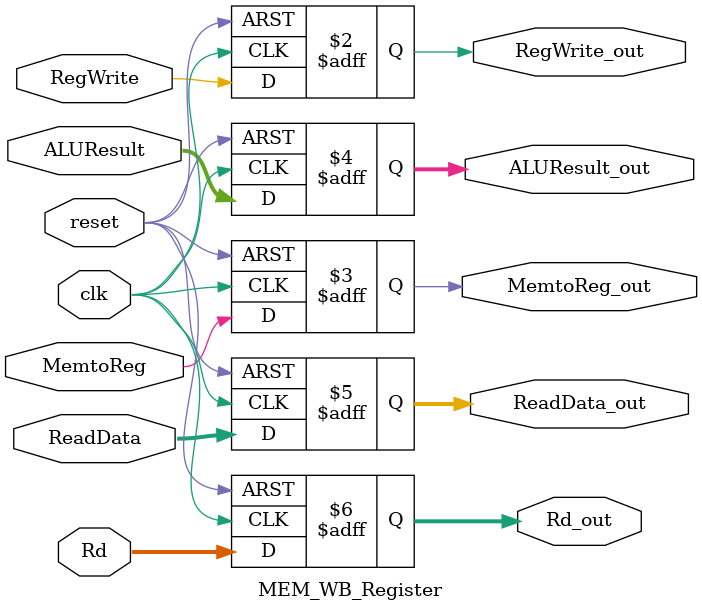
<source format=v>
module MEM_WB_Register (
    input         clk,         
    input         reset,          
    // Inputs from MEM stage
    input          RegWrite,   
    input          MemtoReg,   
    input  [31:0]  ALUResult, 
    input  [31:0]  ReadData, 
    input  [4:0]   Rd,   
    // Outputs to WB stage
    output reg    RegWrite_out,    
    output reg    MemtoReg_out,  
    output reg [31:0] ALUResult_out, 
    output reg [31:0] ReadData_out,  
    output reg [4:0]  Rd_out 
);

// Sequential logic to latch inputs on clock edge or reset
always @(posedge clk or posedge reset) begin
    if (reset) begin
        // Reset all outputs to default values
     RegWrite_out  <= 1'b0;
     MemtoReg_out  <= 1'b0;
     ALUResult_out <= 32'h0;
     ReadData_out  <= 32'h0;
     Rd_out  <= 5'h0;
    end
    else begin
        // Pass MEM stage signals to WB stage
        RegWrite_out  <= RegWrite;
        MemtoReg_out  <= MemtoReg;
        ALUResult_out <= ALUResult;
        ReadData_out  <= ReadData;
        Rd_out  <= Rd;
    end
end

endmodule
</source>
